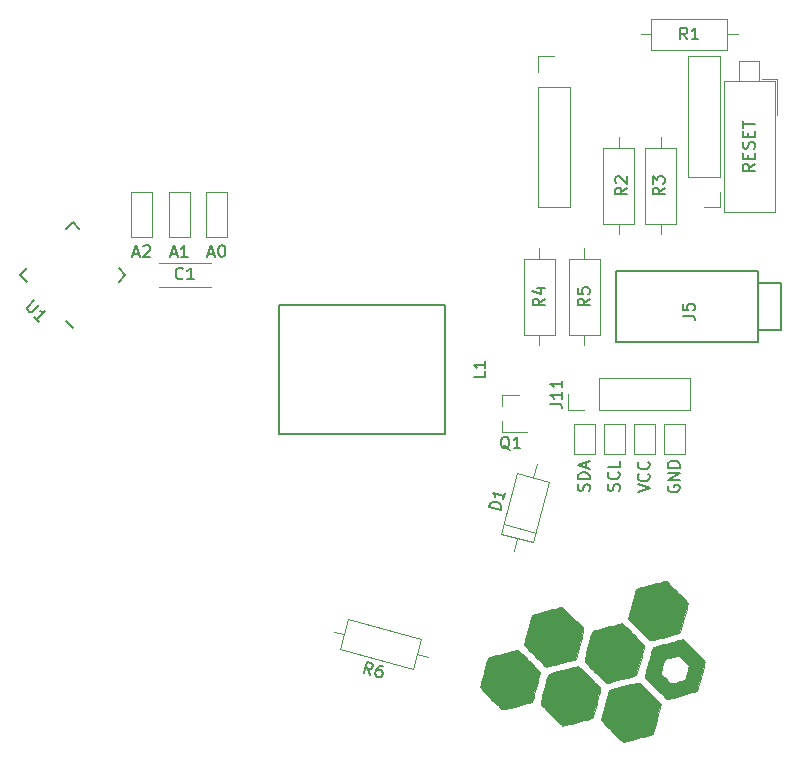
<source format=gto>
G04 #@! TF.FileFunction,Legend,Top*
%FSLAX46Y46*%
G04 Gerber Fmt 4.6, Leading zero omitted, Abs format (unit mm)*
G04 Created by KiCad (PCBNEW 4.0.7) date 06/17/18 20:50:59*
%MOMM*%
%LPD*%
G01*
G04 APERTURE LIST*
%ADD10C,0.100000*%
%ADD11C,0.120000*%
%ADD12C,0.150000*%
%ADD13C,0.010000*%
G04 APERTURE END LIST*
D10*
D11*
X134790000Y-97490000D02*
X139210000Y-97490000D01*
X134790000Y-99510000D02*
X139210000Y-99510000D01*
X134790000Y-97490000D02*
X134790000Y-97504000D01*
X134790000Y-99496000D02*
X134790000Y-99510000D01*
X139210000Y-97490000D02*
X139210000Y-97504000D01*
X139210000Y-99496000D02*
X139210000Y-99510000D01*
X163766786Y-120395331D02*
X166490697Y-121125200D01*
X166490697Y-121125200D02*
X167867614Y-115986475D01*
X167867614Y-115986475D02*
X165143703Y-115256605D01*
X165143703Y-115256605D02*
X163766786Y-120395331D01*
X164833687Y-121861421D02*
X165128741Y-120760266D01*
X166800712Y-114520385D02*
X166505658Y-115621540D01*
X163984194Y-119583953D02*
X166708105Y-120313823D01*
X166945000Y-82550000D02*
X166945000Y-92770000D01*
X166945000Y-92770000D02*
X169605000Y-92770000D01*
X169605000Y-92770000D02*
X169605000Y-82550000D01*
X169605000Y-82550000D02*
X166945000Y-82550000D01*
X166945000Y-81280000D02*
X166945000Y-79950000D01*
X166945000Y-79950000D02*
X168275000Y-79950000D01*
X132460000Y-91435000D02*
X132460000Y-95255000D01*
X132460000Y-95255000D02*
X134240000Y-95255000D01*
X134240000Y-95255000D02*
X134240000Y-91435000D01*
X132460000Y-91435000D02*
X134240000Y-91435000D01*
X182305000Y-90170000D02*
X182305000Y-79950000D01*
X182305000Y-79950000D02*
X179645000Y-79950000D01*
X179645000Y-79950000D02*
X179645000Y-90170000D01*
X179645000Y-90170000D02*
X182305000Y-90170000D01*
X182305000Y-91440000D02*
X182305000Y-92770000D01*
X182305000Y-92770000D02*
X180975000Y-92770000D01*
X135635000Y-91435000D02*
X135635000Y-95255000D01*
X135635000Y-95255000D02*
X137415000Y-95255000D01*
X137415000Y-95255000D02*
X137415000Y-91435000D01*
X135635000Y-91435000D02*
X137415000Y-91435000D01*
X171705000Y-113670000D02*
X171705000Y-111130000D01*
X169925000Y-111130000D02*
X169925000Y-113670000D01*
X169925000Y-111130000D02*
X171705000Y-111130000D01*
X171705000Y-113670000D02*
X169925000Y-113670000D01*
X174245000Y-113670000D02*
X174245000Y-111130000D01*
X172465000Y-111130000D02*
X172465000Y-113670000D01*
X172465000Y-111130000D02*
X174245000Y-111130000D01*
X174245000Y-113670000D02*
X172465000Y-113670000D01*
X176785000Y-113670000D02*
X176785000Y-111130000D01*
X175005000Y-111130000D02*
X175005000Y-113670000D01*
X175005000Y-111130000D02*
X176785000Y-111130000D01*
X176785000Y-113670000D02*
X175005000Y-113670000D01*
X138810000Y-91435000D02*
X138810000Y-95255000D01*
X138810000Y-95255000D02*
X140590000Y-95255000D01*
X140590000Y-95255000D02*
X140590000Y-91435000D01*
X138810000Y-91435000D02*
X140590000Y-91435000D01*
X179325000Y-113670000D02*
X179325000Y-111130000D01*
X177545000Y-111130000D02*
X177545000Y-113670000D01*
X177545000Y-111130000D02*
X179325000Y-111130000D01*
X179325000Y-113670000D02*
X177545000Y-113670000D01*
X172085000Y-109915000D02*
X179765000Y-109915000D01*
X179765000Y-109915000D02*
X179765000Y-107255000D01*
X179765000Y-107255000D02*
X172085000Y-107255000D01*
X172085000Y-107255000D02*
X172085000Y-109915000D01*
X170815000Y-109915000D02*
X169485000Y-109915000D01*
X169485000Y-109915000D02*
X169485000Y-108585000D01*
D12*
X145000000Y-112000000D02*
X159000000Y-112000000D01*
X145000000Y-112000000D02*
X145000000Y-101000000D01*
X145000000Y-101000000D02*
X159000000Y-101000000D01*
X159000000Y-101000000D02*
X159000000Y-112000000D01*
D11*
X163832000Y-108656000D02*
X163832000Y-109586000D01*
X163832000Y-111816000D02*
X163832000Y-110886000D01*
X163832000Y-111816000D02*
X165992000Y-111816000D01*
X163832000Y-108656000D02*
X165292000Y-108656000D01*
X176495000Y-76795000D02*
X176495000Y-79415000D01*
X176495000Y-79415000D02*
X182915000Y-79415000D01*
X182915000Y-79415000D02*
X182915000Y-76795000D01*
X182915000Y-76795000D02*
X176495000Y-76795000D01*
X175605000Y-78105000D02*
X176495000Y-78105000D01*
X183805000Y-78105000D02*
X182915000Y-78105000D01*
X175046000Y-87722000D02*
X172426000Y-87722000D01*
X172426000Y-87722000D02*
X172426000Y-94142000D01*
X172426000Y-94142000D02*
X175046000Y-94142000D01*
X175046000Y-94142000D02*
X175046000Y-87722000D01*
X173736000Y-86832000D02*
X173736000Y-87722000D01*
X173736000Y-95032000D02*
X173736000Y-94142000D01*
X178602000Y-87722000D02*
X175982000Y-87722000D01*
X175982000Y-87722000D02*
X175982000Y-94142000D01*
X175982000Y-94142000D02*
X178602000Y-94142000D01*
X178602000Y-94142000D02*
X178602000Y-87722000D01*
X177292000Y-86832000D02*
X177292000Y-87722000D01*
X177292000Y-95032000D02*
X177292000Y-94142000D01*
X165695000Y-103540000D02*
X168315000Y-103540000D01*
X168315000Y-103540000D02*
X168315000Y-97120000D01*
X168315000Y-97120000D02*
X165695000Y-97120000D01*
X165695000Y-97120000D02*
X165695000Y-103540000D01*
X167005000Y-104430000D02*
X167005000Y-103540000D01*
X167005000Y-96230000D02*
X167005000Y-97120000D01*
X172125000Y-97120000D02*
X169505000Y-97120000D01*
X169505000Y-97120000D02*
X169505000Y-103540000D01*
X169505000Y-103540000D02*
X172125000Y-103540000D01*
X172125000Y-103540000D02*
X172125000Y-97120000D01*
X170815000Y-96230000D02*
X170815000Y-97120000D01*
X170815000Y-104430000D02*
X170815000Y-103540000D01*
X156350666Y-131845371D02*
X157028772Y-129314646D01*
X157028772Y-129314646D02*
X150827528Y-127653027D01*
X150827528Y-127653027D02*
X150149422Y-130183753D01*
X150149422Y-130183753D02*
X156350666Y-131845371D01*
X157549393Y-130810357D02*
X156689719Y-130580008D01*
X149628801Y-128688041D02*
X150488475Y-128918390D01*
X187155000Y-81910000D02*
X185885000Y-81910000D01*
X187155000Y-81910000D02*
X187155000Y-84960000D01*
X186955000Y-82110000D02*
X186955000Y-93150000D01*
X186955000Y-93150000D02*
X182615000Y-93150000D01*
X182615000Y-93150000D02*
X182615000Y-82110000D01*
X182615000Y-82110000D02*
X186955000Y-82110000D01*
X185655000Y-80370000D02*
X183915000Y-80370000D01*
X183915000Y-80370000D02*
X183915000Y-82110000D01*
X183915000Y-82110000D02*
X185655000Y-82110000D01*
X185655000Y-82110000D02*
X185655000Y-80370000D01*
D12*
X123043926Y-98500000D02*
X123602541Y-97941386D01*
X131953472Y-98500000D02*
X131394857Y-99058614D01*
X127498699Y-94045227D02*
X126940085Y-94603842D01*
X127498699Y-102954773D02*
X126940085Y-102396158D01*
X131953472Y-98500000D02*
X131394857Y-97941386D01*
X127498699Y-94045227D02*
X128057313Y-94603842D01*
X123043926Y-98500000D02*
X123602541Y-99058614D01*
X185500000Y-99140000D02*
X187500000Y-99140000D01*
X187500000Y-99140000D02*
X187500000Y-103140000D01*
X187500000Y-103140000D02*
X185500000Y-103140000D01*
X173500000Y-98140000D02*
X185500000Y-98140000D01*
X185500000Y-98140000D02*
X185500000Y-104140000D01*
X185500000Y-104140000D02*
X173500000Y-104140000D01*
X173500000Y-104140000D02*
X173500000Y-98140000D01*
D13*
G36*
X165259962Y-130296195D02*
X165362974Y-130383979D01*
X165505629Y-130514132D01*
X165678470Y-130677265D01*
X165872032Y-130863991D01*
X166076858Y-131064921D01*
X166283487Y-131270666D01*
X166482457Y-131471840D01*
X166664310Y-131659053D01*
X166819584Y-131822918D01*
X166938820Y-131954047D01*
X167012556Y-132043052D01*
X167030133Y-132070311D01*
X167042587Y-132106875D01*
X167047035Y-132155662D01*
X167041513Y-132226083D01*
X167024053Y-132327549D01*
X166992687Y-132469468D01*
X166945449Y-132661253D01*
X166880373Y-132912314D01*
X166795491Y-133232059D01*
X166758203Y-133371405D01*
X166664685Y-133718901D01*
X166589503Y-133993560D01*
X166529662Y-134204483D01*
X166482172Y-134360768D01*
X166444037Y-134471516D01*
X166412264Y-134545826D01*
X166383863Y-134592798D01*
X166355839Y-134621532D01*
X166344324Y-134629787D01*
X166275600Y-134659064D01*
X166139639Y-134704112D01*
X165949173Y-134761579D01*
X165716935Y-134828115D01*
X165455656Y-134900373D01*
X165178070Y-134975001D01*
X164896911Y-135048651D01*
X164624910Y-135117973D01*
X164374800Y-135179617D01*
X164159315Y-135230234D01*
X163991186Y-135266473D01*
X163883146Y-135284988D01*
X163850654Y-135285788D01*
X163802450Y-135251002D01*
X163703143Y-135163477D01*
X163560880Y-135030957D01*
X163383811Y-134861181D01*
X163180082Y-134661894D01*
X162957842Y-134440833D01*
X162897215Y-134379923D01*
X162661673Y-134140236D01*
X162452219Y-133922096D01*
X162275604Y-133732886D01*
X162138584Y-133579987D01*
X162047910Y-133470781D01*
X162010335Y-133412648D01*
X162009757Y-133409915D01*
X162017812Y-133347862D01*
X162045369Y-133215341D01*
X162089735Y-133023592D01*
X162148220Y-132783855D01*
X162218135Y-132507367D01*
X162296787Y-132205368D01*
X162310977Y-132151759D01*
X162402561Y-131808152D01*
X162476064Y-131537286D01*
X162534514Y-131329910D01*
X162580944Y-131176774D01*
X162618381Y-131068625D01*
X162649853Y-130996215D01*
X162678394Y-130950289D01*
X162707030Y-130921598D01*
X162715968Y-130915055D01*
X162786385Y-130883816D01*
X162924230Y-130837045D01*
X163116628Y-130778127D01*
X163350710Y-130710447D01*
X163613605Y-130637393D01*
X163892440Y-130562347D01*
X164174343Y-130488696D01*
X164446444Y-130419824D01*
X164695871Y-130359117D01*
X164909752Y-130309960D01*
X165075216Y-130275738D01*
X165179392Y-130259837D01*
X165206054Y-130260167D01*
X165259962Y-130296195D01*
X165259962Y-130296195D01*
G37*
X165259962Y-130296195D02*
X165362974Y-130383979D01*
X165505629Y-130514132D01*
X165678470Y-130677265D01*
X165872032Y-130863991D01*
X166076858Y-131064921D01*
X166283487Y-131270666D01*
X166482457Y-131471840D01*
X166664310Y-131659053D01*
X166819584Y-131822918D01*
X166938820Y-131954047D01*
X167012556Y-132043052D01*
X167030133Y-132070311D01*
X167042587Y-132106875D01*
X167047035Y-132155662D01*
X167041513Y-132226083D01*
X167024053Y-132327549D01*
X166992687Y-132469468D01*
X166945449Y-132661253D01*
X166880373Y-132912314D01*
X166795491Y-133232059D01*
X166758203Y-133371405D01*
X166664685Y-133718901D01*
X166589503Y-133993560D01*
X166529662Y-134204483D01*
X166482172Y-134360768D01*
X166444037Y-134471516D01*
X166412264Y-134545826D01*
X166383863Y-134592798D01*
X166355839Y-134621532D01*
X166344324Y-134629787D01*
X166275600Y-134659064D01*
X166139639Y-134704112D01*
X165949173Y-134761579D01*
X165716935Y-134828115D01*
X165455656Y-134900373D01*
X165178070Y-134975001D01*
X164896911Y-135048651D01*
X164624910Y-135117973D01*
X164374800Y-135179617D01*
X164159315Y-135230234D01*
X163991186Y-135266473D01*
X163883146Y-135284988D01*
X163850654Y-135285788D01*
X163802450Y-135251002D01*
X163703143Y-135163477D01*
X163560880Y-135030957D01*
X163383811Y-134861181D01*
X163180082Y-134661894D01*
X162957842Y-134440833D01*
X162897215Y-134379923D01*
X162661673Y-134140236D01*
X162452219Y-133922096D01*
X162275604Y-133732886D01*
X162138584Y-133579987D01*
X162047910Y-133470781D01*
X162010335Y-133412648D01*
X162009757Y-133409915D01*
X162017812Y-133347862D01*
X162045369Y-133215341D01*
X162089735Y-133023592D01*
X162148220Y-132783855D01*
X162218135Y-132507367D01*
X162296787Y-132205368D01*
X162310977Y-132151759D01*
X162402561Y-131808152D01*
X162476064Y-131537286D01*
X162534514Y-131329910D01*
X162580944Y-131176774D01*
X162618381Y-131068625D01*
X162649853Y-130996215D01*
X162678394Y-130950289D01*
X162707030Y-130921598D01*
X162715968Y-130915055D01*
X162786385Y-130883816D01*
X162924230Y-130837045D01*
X163116628Y-130778127D01*
X163350710Y-130710447D01*
X163613605Y-130637393D01*
X163892440Y-130562347D01*
X164174343Y-130488696D01*
X164446444Y-130419824D01*
X164695871Y-130359117D01*
X164909752Y-130309960D01*
X165075216Y-130275738D01*
X165179392Y-130259837D01*
X165206054Y-130260167D01*
X165259962Y-130296195D01*
G36*
X170374667Y-131666352D02*
X170475439Y-131752616D01*
X170616298Y-131880849D01*
X170787726Y-132041730D01*
X170980212Y-132225933D01*
X171184242Y-132424136D01*
X171390302Y-132627015D01*
X171588881Y-132825248D01*
X171770462Y-133009511D01*
X171925533Y-133170481D01*
X172044581Y-133298836D01*
X172118092Y-133385250D01*
X172129839Y-133401597D01*
X172149389Y-133433644D01*
X172162278Y-133468389D01*
X172166687Y-133515258D01*
X172160792Y-133583678D01*
X172142769Y-133683073D01*
X172110800Y-133822871D01*
X172063059Y-134012494D01*
X171997725Y-134261370D01*
X171912976Y-134578924D01*
X171874343Y-134723141D01*
X171780074Y-135073474D01*
X171704181Y-135350906D01*
X171643699Y-135564476D01*
X171595667Y-135723217D01*
X171557121Y-135836164D01*
X171525097Y-135912352D01*
X171496632Y-135960815D01*
X171468762Y-135990589D01*
X171455391Y-136000454D01*
X171386061Y-136030390D01*
X171249558Y-136075976D01*
X171058637Y-136133859D01*
X170826052Y-136200685D01*
X170564559Y-136273101D01*
X170286910Y-136347754D01*
X170005861Y-136421289D01*
X169734166Y-136490356D01*
X169484579Y-136551599D01*
X169269854Y-136601666D01*
X169102746Y-136637202D01*
X168996010Y-136654856D01*
X168965130Y-136655179D01*
X168916247Y-136619936D01*
X168816294Y-136531970D01*
X168673445Y-136399040D01*
X168495878Y-136228907D01*
X168291766Y-136029332D01*
X168069285Y-135808077D01*
X168008730Y-135747242D01*
X167779884Y-135514355D01*
X167573868Y-135299873D01*
X167397911Y-135111685D01*
X167259237Y-134957677D01*
X167165072Y-134845739D01*
X167122643Y-134783757D01*
X167121016Y-134778194D01*
X167128873Y-134709611D01*
X167156895Y-134572910D01*
X167201541Y-134381251D01*
X167259276Y-134147801D01*
X167326559Y-133885720D01*
X167399854Y-133608170D01*
X167475622Y-133328317D01*
X167550326Y-133059322D01*
X167620428Y-132814347D01*
X167682389Y-132606557D01*
X167732672Y-132449113D01*
X167767739Y-132355178D01*
X167776864Y-132338125D01*
X167822670Y-132303023D01*
X167918848Y-132259170D01*
X168071496Y-132204576D01*
X168286713Y-132137255D01*
X168570598Y-132055219D01*
X168929247Y-131956480D01*
X169036163Y-131927646D01*
X169344511Y-131846439D01*
X169629687Y-131774478D01*
X169880535Y-131714332D01*
X170085897Y-131668568D01*
X170234616Y-131639755D01*
X170315537Y-131630459D01*
X170323491Y-131631380D01*
X170374667Y-131666352D01*
X170374667Y-131666352D01*
G37*
X170374667Y-131666352D02*
X170475439Y-131752616D01*
X170616298Y-131880849D01*
X170787726Y-132041730D01*
X170980212Y-132225933D01*
X171184242Y-132424136D01*
X171390302Y-132627015D01*
X171588881Y-132825248D01*
X171770462Y-133009511D01*
X171925533Y-133170481D01*
X172044581Y-133298836D01*
X172118092Y-133385250D01*
X172129839Y-133401597D01*
X172149389Y-133433644D01*
X172162278Y-133468389D01*
X172166687Y-133515258D01*
X172160792Y-133583678D01*
X172142769Y-133683073D01*
X172110800Y-133822871D01*
X172063059Y-134012494D01*
X171997725Y-134261370D01*
X171912976Y-134578924D01*
X171874343Y-134723141D01*
X171780074Y-135073474D01*
X171704181Y-135350906D01*
X171643699Y-135564476D01*
X171595667Y-135723217D01*
X171557121Y-135836164D01*
X171525097Y-135912352D01*
X171496632Y-135960815D01*
X171468762Y-135990589D01*
X171455391Y-136000454D01*
X171386061Y-136030390D01*
X171249558Y-136075976D01*
X171058637Y-136133859D01*
X170826052Y-136200685D01*
X170564559Y-136273101D01*
X170286910Y-136347754D01*
X170005861Y-136421289D01*
X169734166Y-136490356D01*
X169484579Y-136551599D01*
X169269854Y-136601666D01*
X169102746Y-136637202D01*
X168996010Y-136654856D01*
X168965130Y-136655179D01*
X168916247Y-136619936D01*
X168816294Y-136531970D01*
X168673445Y-136399040D01*
X168495878Y-136228907D01*
X168291766Y-136029332D01*
X168069285Y-135808077D01*
X168008730Y-135747242D01*
X167779884Y-135514355D01*
X167573868Y-135299873D01*
X167397911Y-135111685D01*
X167259237Y-134957677D01*
X167165072Y-134845739D01*
X167122643Y-134783757D01*
X167121016Y-134778194D01*
X167128873Y-134709611D01*
X167156895Y-134572910D01*
X167201541Y-134381251D01*
X167259276Y-134147801D01*
X167326559Y-133885720D01*
X167399854Y-133608170D01*
X167475622Y-133328317D01*
X167550326Y-133059322D01*
X167620428Y-132814347D01*
X167682389Y-132606557D01*
X167732672Y-132449113D01*
X167767739Y-132355178D01*
X167776864Y-132338125D01*
X167822670Y-132303023D01*
X167918848Y-132259170D01*
X168071496Y-132204576D01*
X168286713Y-132137255D01*
X168570598Y-132055219D01*
X168929247Y-131956480D01*
X169036163Y-131927646D01*
X169344511Y-131846439D01*
X169629687Y-131774478D01*
X169880535Y-131714332D01*
X170085897Y-131668568D01*
X170234616Y-131639755D01*
X170315537Y-131630459D01*
X170323491Y-131631380D01*
X170374667Y-131666352D01*
G36*
X175489692Y-133037622D02*
X175589892Y-133123780D01*
X175730381Y-133252195D01*
X175901795Y-133413638D01*
X176094771Y-133598883D01*
X176299946Y-133798703D01*
X176507958Y-134003871D01*
X176709441Y-134205161D01*
X176895033Y-134393343D01*
X177055373Y-134559193D01*
X177181095Y-134693483D01*
X177262837Y-134786985D01*
X177290797Y-134827667D01*
X177284630Y-134881260D01*
X177258699Y-135005954D01*
X177215562Y-135191178D01*
X177157781Y-135426366D01*
X177087914Y-135700946D01*
X177008520Y-136004349D01*
X176979251Y-136114291D01*
X176884750Y-136466322D01*
X176808709Y-136745264D01*
X176748231Y-136959954D01*
X176700421Y-137119233D01*
X176662382Y-137231938D01*
X176631219Y-137306910D01*
X176604035Y-137352986D01*
X176577936Y-137379008D01*
X176561781Y-137388579D01*
X176480916Y-137418917D01*
X176335237Y-137464205D01*
X176137419Y-137521192D01*
X175900130Y-137586631D01*
X175636048Y-137657273D01*
X175357845Y-137729871D01*
X175078192Y-137801176D01*
X174809764Y-137867939D01*
X174565234Y-137926915D01*
X174357274Y-137974852D01*
X174198558Y-138008504D01*
X174101758Y-138024622D01*
X174079443Y-138024818D01*
X174028890Y-137988912D01*
X173927927Y-137900635D01*
X173785272Y-137768216D01*
X173609641Y-137599887D01*
X173409751Y-137403877D01*
X173205579Y-137199779D01*
X172988857Y-136980327D01*
X172787727Y-136775087D01*
X172611197Y-136593377D01*
X172468279Y-136444516D01*
X172367984Y-136337825D01*
X172321440Y-136285350D01*
X172230252Y-136170806D01*
X172582892Y-134897947D01*
X172935533Y-133625088D01*
X174139768Y-133301687D01*
X174449491Y-133220169D01*
X174736188Y-133147867D01*
X174988723Y-133087340D01*
X175195960Y-133041149D01*
X175346765Y-133011855D01*
X175430001Y-133002016D01*
X175439143Y-133002946D01*
X175489692Y-133037622D01*
X175489692Y-133037622D01*
G37*
X175489692Y-133037622D02*
X175589892Y-133123780D01*
X175730381Y-133252195D01*
X175901795Y-133413638D01*
X176094771Y-133598883D01*
X176299946Y-133798703D01*
X176507958Y-134003871D01*
X176709441Y-134205161D01*
X176895033Y-134393343D01*
X177055373Y-134559193D01*
X177181095Y-134693483D01*
X177262837Y-134786985D01*
X177290797Y-134827667D01*
X177284630Y-134881260D01*
X177258699Y-135005954D01*
X177215562Y-135191178D01*
X177157781Y-135426366D01*
X177087914Y-135700946D01*
X177008520Y-136004349D01*
X176979251Y-136114291D01*
X176884750Y-136466322D01*
X176808709Y-136745264D01*
X176748231Y-136959954D01*
X176700421Y-137119233D01*
X176662382Y-137231938D01*
X176631219Y-137306910D01*
X176604035Y-137352986D01*
X176577936Y-137379008D01*
X176561781Y-137388579D01*
X176480916Y-137418917D01*
X176335237Y-137464205D01*
X176137419Y-137521192D01*
X175900130Y-137586631D01*
X175636048Y-137657273D01*
X175357845Y-137729871D01*
X175078192Y-137801176D01*
X174809764Y-137867939D01*
X174565234Y-137926915D01*
X174357274Y-137974852D01*
X174198558Y-138008504D01*
X174101758Y-138024622D01*
X174079443Y-138024818D01*
X174028890Y-137988912D01*
X173927927Y-137900635D01*
X173785272Y-137768216D01*
X173609641Y-137599887D01*
X173409751Y-137403877D01*
X173205579Y-137199779D01*
X172988857Y-136980327D01*
X172787727Y-136775087D01*
X172611197Y-136593377D01*
X172468279Y-136444516D01*
X172367984Y-136337825D01*
X172321440Y-136285350D01*
X172230252Y-136170806D01*
X172582892Y-134897947D01*
X172935533Y-133625088D01*
X174139768Y-133301687D01*
X174449491Y-133220169D01*
X174736188Y-133147867D01*
X174988723Y-133087340D01*
X175195960Y-133041149D01*
X175346765Y-133011855D01*
X175430001Y-133002016D01*
X175439143Y-133002946D01*
X175489692Y-133037622D01*
G36*
X168914404Y-126632126D02*
X168983310Y-126676507D01*
X169083241Y-126757816D01*
X169220001Y-126881234D01*
X169399401Y-127051947D01*
X169627247Y-127275138D01*
X169821085Y-127467779D01*
X170044156Y-127691282D01*
X170249390Y-127898586D01*
X170428573Y-128081263D01*
X170573491Y-128230881D01*
X170675928Y-128339014D01*
X170727674Y-128397229D01*
X170730545Y-128401119D01*
X170744568Y-128429711D01*
X170750760Y-128470774D01*
X170747232Y-128533282D01*
X170732091Y-128626207D01*
X170703446Y-128758522D01*
X170659408Y-128939201D01*
X170598082Y-129177216D01*
X170517579Y-129481541D01*
X170447822Y-129742490D01*
X170110019Y-131003189D01*
X169930133Y-131061171D01*
X169809807Y-131097574D01*
X169632439Y-131148118D01*
X169411224Y-131209325D01*
X169159363Y-131277717D01*
X168890055Y-131349814D01*
X168616496Y-131422138D01*
X168351887Y-131491213D01*
X168109425Y-131553557D01*
X167902308Y-131605693D01*
X167743734Y-131644142D01*
X167646903Y-131665426D01*
X167625587Y-131668549D01*
X167538315Y-131642567D01*
X167441226Y-131576541D01*
X167437316Y-131572957D01*
X167312240Y-131453974D01*
X167153810Y-131299223D01*
X166971223Y-131118094D01*
X166773672Y-130919978D01*
X166570359Y-130714262D01*
X166370478Y-130510336D01*
X166183227Y-130317591D01*
X166017802Y-130145414D01*
X165883400Y-130003197D01*
X165789218Y-129900326D01*
X165744453Y-129846192D01*
X165742483Y-129842661D01*
X165737993Y-129796334D01*
X165748712Y-129706357D01*
X165776166Y-129565966D01*
X165821878Y-129368398D01*
X165887373Y-129106891D01*
X165974177Y-128774680D01*
X166033152Y-128553412D01*
X166134692Y-128178246D01*
X166218182Y-127878724D01*
X166285676Y-127648244D01*
X166339231Y-127480207D01*
X166380901Y-127368011D01*
X166412739Y-127305054D01*
X166426708Y-127289098D01*
X166483303Y-127265486D01*
X166609051Y-127224337D01*
X166791097Y-127169173D01*
X167016584Y-127103517D01*
X167272660Y-127030890D01*
X167546469Y-126954814D01*
X167825158Y-126878811D01*
X168095871Y-126806403D01*
X168345754Y-126741112D01*
X168561953Y-126686460D01*
X168731613Y-126645969D01*
X168841879Y-126623160D01*
X168870712Y-126619487D01*
X168914404Y-126632126D01*
X168914404Y-126632126D01*
G37*
X168914404Y-126632126D02*
X168983310Y-126676507D01*
X169083241Y-126757816D01*
X169220001Y-126881234D01*
X169399401Y-127051947D01*
X169627247Y-127275138D01*
X169821085Y-127467779D01*
X170044156Y-127691282D01*
X170249390Y-127898586D01*
X170428573Y-128081263D01*
X170573491Y-128230881D01*
X170675928Y-128339014D01*
X170727674Y-128397229D01*
X170730545Y-128401119D01*
X170744568Y-128429711D01*
X170750760Y-128470774D01*
X170747232Y-128533282D01*
X170732091Y-128626207D01*
X170703446Y-128758522D01*
X170659408Y-128939201D01*
X170598082Y-129177216D01*
X170517579Y-129481541D01*
X170447822Y-129742490D01*
X170110019Y-131003189D01*
X169930133Y-131061171D01*
X169809807Y-131097574D01*
X169632439Y-131148118D01*
X169411224Y-131209325D01*
X169159363Y-131277717D01*
X168890055Y-131349814D01*
X168616496Y-131422138D01*
X168351887Y-131491213D01*
X168109425Y-131553557D01*
X167902308Y-131605693D01*
X167743734Y-131644142D01*
X167646903Y-131665426D01*
X167625587Y-131668549D01*
X167538315Y-131642567D01*
X167441226Y-131576541D01*
X167437316Y-131572957D01*
X167312240Y-131453974D01*
X167153810Y-131299223D01*
X166971223Y-131118094D01*
X166773672Y-130919978D01*
X166570359Y-130714262D01*
X166370478Y-130510336D01*
X166183227Y-130317591D01*
X166017802Y-130145414D01*
X165883400Y-130003197D01*
X165789218Y-129900326D01*
X165744453Y-129846192D01*
X165742483Y-129842661D01*
X165737993Y-129796334D01*
X165748712Y-129706357D01*
X165776166Y-129565966D01*
X165821878Y-129368398D01*
X165887373Y-129106891D01*
X165974177Y-128774680D01*
X166033152Y-128553412D01*
X166134692Y-128178246D01*
X166218182Y-127878724D01*
X166285676Y-127648244D01*
X166339231Y-127480207D01*
X166380901Y-127368011D01*
X166412739Y-127305054D01*
X166426708Y-127289098D01*
X166483303Y-127265486D01*
X166609051Y-127224337D01*
X166791097Y-127169173D01*
X167016584Y-127103517D01*
X167272660Y-127030890D01*
X167546469Y-126954814D01*
X167825158Y-126878811D01*
X168095871Y-126806403D01*
X168345754Y-126741112D01*
X168561953Y-126686460D01*
X168731613Y-126645969D01*
X168841879Y-126623160D01*
X168870712Y-126619487D01*
X168914404Y-126632126D01*
G36*
X174062384Y-128021927D02*
X174167136Y-128105297D01*
X174310921Y-128232453D01*
X174484569Y-128394162D01*
X174678908Y-128581184D01*
X174884766Y-128784285D01*
X175092973Y-128994229D01*
X175294356Y-129201779D01*
X175479744Y-129397697D01*
X175639965Y-129572751D01*
X175765849Y-129717701D01*
X175848221Y-129823312D01*
X175877436Y-129876379D01*
X175874051Y-129954830D01*
X175849462Y-130100793D01*
X175807258Y-130300847D01*
X175751029Y-130541571D01*
X175684363Y-130809543D01*
X175610852Y-131091344D01*
X175534084Y-131373552D01*
X175457647Y-131642747D01*
X175385134Y-131885507D01*
X175320130Y-132088410D01*
X175266228Y-132238039D01*
X175227016Y-132320969D01*
X175221814Y-132327757D01*
X175151121Y-132369477D01*
X174998131Y-132428587D01*
X174762719Y-132505129D01*
X174444759Y-132599140D01*
X174044128Y-132710663D01*
X173939934Y-132738886D01*
X173633222Y-132820899D01*
X173352467Y-132894643D01*
X173108208Y-132957457D01*
X172910982Y-133006677D01*
X172771328Y-133039642D01*
X172699785Y-133053688D01*
X172693322Y-133053853D01*
X172653682Y-133022551D01*
X172562083Y-132938846D01*
X172426376Y-132810268D01*
X172254404Y-132644346D01*
X172054017Y-132448609D01*
X171833063Y-132230586D01*
X171769433Y-132167423D01*
X171543618Y-131941480D01*
X171336872Y-131731784D01*
X171157063Y-131546539D01*
X171012058Y-131393949D01*
X170909725Y-131282220D01*
X170857931Y-131219556D01*
X170853780Y-131212470D01*
X170849313Y-131166052D01*
X170860061Y-131075963D01*
X170887548Y-130935442D01*
X170933299Y-130737726D01*
X170998840Y-130476056D01*
X171085693Y-130143668D01*
X171144510Y-129922996D01*
X171246006Y-129547981D01*
X171329450Y-129248604D01*
X171396897Y-129018259D01*
X171450405Y-128850339D01*
X171492029Y-128738239D01*
X171523826Y-128675353D01*
X171537891Y-128659336D01*
X171595688Y-128635124D01*
X171722717Y-128593657D01*
X171906118Y-128538415D01*
X172133033Y-128472874D01*
X172390607Y-128400515D01*
X172665978Y-128324817D01*
X172946290Y-128249257D01*
X173218686Y-128177316D01*
X173470306Y-128112473D01*
X173688294Y-128058205D01*
X173859790Y-128017993D01*
X173971938Y-127995315D01*
X174005839Y-127991582D01*
X174062384Y-128021927D01*
X174062384Y-128021927D01*
G37*
X174062384Y-128021927D02*
X174167136Y-128105297D01*
X174310921Y-128232453D01*
X174484569Y-128394162D01*
X174678908Y-128581184D01*
X174884766Y-128784285D01*
X175092973Y-128994229D01*
X175294356Y-129201779D01*
X175479744Y-129397697D01*
X175639965Y-129572751D01*
X175765849Y-129717701D01*
X175848221Y-129823312D01*
X175877436Y-129876379D01*
X175874051Y-129954830D01*
X175849462Y-130100793D01*
X175807258Y-130300847D01*
X175751029Y-130541571D01*
X175684363Y-130809543D01*
X175610852Y-131091344D01*
X175534084Y-131373552D01*
X175457647Y-131642747D01*
X175385134Y-131885507D01*
X175320130Y-132088410D01*
X175266228Y-132238039D01*
X175227016Y-132320969D01*
X175221814Y-132327757D01*
X175151121Y-132369477D01*
X174998131Y-132428587D01*
X174762719Y-132505129D01*
X174444759Y-132599140D01*
X174044128Y-132710663D01*
X173939934Y-132738886D01*
X173633222Y-132820899D01*
X173352467Y-132894643D01*
X173108208Y-132957457D01*
X172910982Y-133006677D01*
X172771328Y-133039642D01*
X172699785Y-133053688D01*
X172693322Y-133053853D01*
X172653682Y-133022551D01*
X172562083Y-132938846D01*
X172426376Y-132810268D01*
X172254404Y-132644346D01*
X172054017Y-132448609D01*
X171833063Y-132230586D01*
X171769433Y-132167423D01*
X171543618Y-131941480D01*
X171336872Y-131731784D01*
X171157063Y-131546539D01*
X171012058Y-131393949D01*
X170909725Y-131282220D01*
X170857931Y-131219556D01*
X170853780Y-131212470D01*
X170849313Y-131166052D01*
X170860061Y-131075963D01*
X170887548Y-130935442D01*
X170933299Y-130737726D01*
X170998840Y-130476056D01*
X171085693Y-130143668D01*
X171144510Y-129922996D01*
X171246006Y-129547981D01*
X171329450Y-129248604D01*
X171396897Y-129018259D01*
X171450405Y-128850339D01*
X171492029Y-128738239D01*
X171523826Y-128675353D01*
X171537891Y-128659336D01*
X171595688Y-128635124D01*
X171722717Y-128593657D01*
X171906118Y-128538415D01*
X172133033Y-128472874D01*
X172390607Y-128400515D01*
X172665978Y-128324817D01*
X172946290Y-128249257D01*
X173218686Y-128177316D01*
X173470306Y-128112473D01*
X173688294Y-128058205D01*
X173859790Y-128017993D01*
X173971938Y-127995315D01*
X174005839Y-127991582D01*
X174062384Y-128021927D01*
G36*
X179955476Y-130115368D02*
X180171854Y-130331512D01*
X180375062Y-130534206D01*
X180555345Y-130713742D01*
X180702949Y-130860413D01*
X180808120Y-130964514D01*
X180854589Y-131010077D01*
X180941161Y-131114478D01*
X180995460Y-131218200D01*
X181001084Y-131240279D01*
X180995306Y-131315531D01*
X180966985Y-131465868D01*
X180917538Y-131685171D01*
X180848383Y-131967318D01*
X180760934Y-132306189D01*
X180709415Y-132500129D01*
X180614625Y-132851097D01*
X180537722Y-133128611D01*
X180475937Y-133341327D01*
X180426504Y-133497899D01*
X180386655Y-133606982D01*
X180353620Y-133677231D01*
X180324635Y-133717301D01*
X180318337Y-133723085D01*
X180261703Y-133748211D01*
X180136354Y-133790892D01*
X179954799Y-133847649D01*
X179729547Y-133915000D01*
X179473109Y-133989464D01*
X179197992Y-134067561D01*
X178916709Y-134145809D01*
X178641767Y-134220729D01*
X178385676Y-134288841D01*
X178160946Y-134346662D01*
X177980086Y-134390713D01*
X177855607Y-134417512D01*
X177800368Y-134423684D01*
X177761422Y-134392125D01*
X177670793Y-134308189D01*
X177536447Y-134179581D01*
X177366348Y-134014009D01*
X177168465Y-133819181D01*
X176950765Y-133602804D01*
X176915694Y-133567767D01*
X176692742Y-133343517D01*
X176486834Y-133133829D01*
X176306422Y-132947518D01*
X176159965Y-132793399D01*
X176055918Y-132680289D01*
X176002737Y-132617001D01*
X176000492Y-132613673D01*
X175981090Y-132580947D01*
X175968340Y-132545603D01*
X175964073Y-132498184D01*
X175970114Y-132429233D01*
X175988291Y-132329293D01*
X176020432Y-132188909D01*
X176068364Y-131998625D01*
X176133916Y-131748983D01*
X176218913Y-131430527D01*
X176255683Y-131293268D01*
X176269350Y-131242765D01*
X177455683Y-131560642D01*
X177439589Y-131620714D01*
X177387202Y-131827511D01*
X177346524Y-132008415D01*
X177321120Y-132145950D01*
X177314551Y-132222643D01*
X177315646Y-132228646D01*
X177354948Y-132288183D01*
X177442134Y-132389909D01*
X177562590Y-132519223D01*
X177701702Y-132661526D01*
X177844855Y-132802219D01*
X177977436Y-132926701D01*
X178084832Y-133020372D01*
X178152428Y-133068633D01*
X178159155Y-133071346D01*
X178226811Y-133069399D01*
X178357309Y-133048061D01*
X178532003Y-133010915D01*
X178732246Y-132961543D01*
X178736727Y-132960365D01*
X178937531Y-132904929D01*
X179112332Y-132851894D01*
X179242465Y-132807247D01*
X179309266Y-132776967D01*
X179309532Y-132776771D01*
X179344315Y-132719297D01*
X179392576Y-132598587D01*
X179448688Y-132433885D01*
X179507020Y-132244438D01*
X179561943Y-132049491D01*
X179607827Y-131868288D01*
X179639043Y-131720078D01*
X179649962Y-131624103D01*
X179649433Y-131614720D01*
X179617285Y-131558049D01*
X179536545Y-131458486D01*
X179421163Y-131330207D01*
X179285090Y-131187390D01*
X179142277Y-131044208D01*
X179006674Y-130914842D01*
X178892232Y-130813466D01*
X178812900Y-130754257D01*
X178794140Y-130745562D01*
X178724432Y-130748317D01*
X178593930Y-130770666D01*
X178422835Y-130807541D01*
X178231350Y-130853876D01*
X178039674Y-130904607D01*
X177868013Y-130954665D01*
X177736565Y-130998985D01*
X177675225Y-131026154D01*
X177634468Y-131058801D01*
X177597681Y-131114581D01*
X177559318Y-131207487D01*
X177513834Y-131351510D01*
X177455683Y-131560642D01*
X176269350Y-131242765D01*
X176357103Y-130918512D01*
X176440461Y-130619381D01*
X176507817Y-130389257D01*
X176561230Y-130221523D01*
X176602761Y-130109562D01*
X176634470Y-130046757D01*
X176648823Y-130030503D01*
X176703914Y-130008334D01*
X176828098Y-129968410D01*
X177008525Y-129914273D01*
X177232345Y-129849465D01*
X177486706Y-129777527D01*
X177758758Y-129702001D01*
X178035650Y-129626427D01*
X178304530Y-129554349D01*
X178552549Y-129489306D01*
X178766856Y-129434842D01*
X178934598Y-129394498D01*
X179031655Y-129373823D01*
X179185214Y-129345377D01*
X179955476Y-130115368D01*
X179955476Y-130115368D01*
G37*
X179955476Y-130115368D02*
X180171854Y-130331512D01*
X180375062Y-130534206D01*
X180555345Y-130713742D01*
X180702949Y-130860413D01*
X180808120Y-130964514D01*
X180854589Y-131010077D01*
X180941161Y-131114478D01*
X180995460Y-131218200D01*
X181001084Y-131240279D01*
X180995306Y-131315531D01*
X180966985Y-131465868D01*
X180917538Y-131685171D01*
X180848383Y-131967318D01*
X180760934Y-132306189D01*
X180709415Y-132500129D01*
X180614625Y-132851097D01*
X180537722Y-133128611D01*
X180475937Y-133341327D01*
X180426504Y-133497899D01*
X180386655Y-133606982D01*
X180353620Y-133677231D01*
X180324635Y-133717301D01*
X180318337Y-133723085D01*
X180261703Y-133748211D01*
X180136354Y-133790892D01*
X179954799Y-133847649D01*
X179729547Y-133915000D01*
X179473109Y-133989464D01*
X179197992Y-134067561D01*
X178916709Y-134145809D01*
X178641767Y-134220729D01*
X178385676Y-134288841D01*
X178160946Y-134346662D01*
X177980086Y-134390713D01*
X177855607Y-134417512D01*
X177800368Y-134423684D01*
X177761422Y-134392125D01*
X177670793Y-134308189D01*
X177536447Y-134179581D01*
X177366348Y-134014009D01*
X177168465Y-133819181D01*
X176950765Y-133602804D01*
X176915694Y-133567767D01*
X176692742Y-133343517D01*
X176486834Y-133133829D01*
X176306422Y-132947518D01*
X176159965Y-132793399D01*
X176055918Y-132680289D01*
X176002737Y-132617001D01*
X176000492Y-132613673D01*
X175981090Y-132580947D01*
X175968340Y-132545603D01*
X175964073Y-132498184D01*
X175970114Y-132429233D01*
X175988291Y-132329293D01*
X176020432Y-132188909D01*
X176068364Y-131998625D01*
X176133916Y-131748983D01*
X176218913Y-131430527D01*
X176255683Y-131293268D01*
X176269350Y-131242765D01*
X177455683Y-131560642D01*
X177439589Y-131620714D01*
X177387202Y-131827511D01*
X177346524Y-132008415D01*
X177321120Y-132145950D01*
X177314551Y-132222643D01*
X177315646Y-132228646D01*
X177354948Y-132288183D01*
X177442134Y-132389909D01*
X177562590Y-132519223D01*
X177701702Y-132661526D01*
X177844855Y-132802219D01*
X177977436Y-132926701D01*
X178084832Y-133020372D01*
X178152428Y-133068633D01*
X178159155Y-133071346D01*
X178226811Y-133069399D01*
X178357309Y-133048061D01*
X178532003Y-133010915D01*
X178732246Y-132961543D01*
X178736727Y-132960365D01*
X178937531Y-132904929D01*
X179112332Y-132851894D01*
X179242465Y-132807247D01*
X179309266Y-132776967D01*
X179309532Y-132776771D01*
X179344315Y-132719297D01*
X179392576Y-132598587D01*
X179448688Y-132433885D01*
X179507020Y-132244438D01*
X179561943Y-132049491D01*
X179607827Y-131868288D01*
X179639043Y-131720078D01*
X179649962Y-131624103D01*
X179649433Y-131614720D01*
X179617285Y-131558049D01*
X179536545Y-131458486D01*
X179421163Y-131330207D01*
X179285090Y-131187390D01*
X179142277Y-131044208D01*
X179006674Y-130914842D01*
X178892232Y-130813466D01*
X178812900Y-130754257D01*
X178794140Y-130745562D01*
X178724432Y-130748317D01*
X178593930Y-130770666D01*
X178422835Y-130807541D01*
X178231350Y-130853876D01*
X178039674Y-130904607D01*
X177868013Y-130954665D01*
X177736565Y-130998985D01*
X177675225Y-131026154D01*
X177634468Y-131058801D01*
X177597681Y-131114581D01*
X177559318Y-131207487D01*
X177513834Y-131351510D01*
X177455683Y-131560642D01*
X176269350Y-131242765D01*
X176357103Y-130918512D01*
X176440461Y-130619381D01*
X176507817Y-130389257D01*
X176561230Y-130221523D01*
X176602761Y-130109562D01*
X176634470Y-130046757D01*
X176648823Y-130030503D01*
X176703914Y-130008334D01*
X176828098Y-129968410D01*
X177008525Y-129914273D01*
X177232345Y-129849465D01*
X177486706Y-129777527D01*
X177758758Y-129702001D01*
X178035650Y-129626427D01*
X178304530Y-129554349D01*
X178552549Y-129489306D01*
X178766856Y-129434842D01*
X178934598Y-129394498D01*
X179031655Y-129373823D01*
X179185214Y-129345377D01*
X179955476Y-130115368D01*
G36*
X177784160Y-124447990D02*
X177879955Y-124532606D01*
X178016406Y-124659242D01*
X178184176Y-124818706D01*
X178373928Y-125001810D01*
X178576322Y-125199365D01*
X178782021Y-125402180D01*
X178981687Y-125601065D01*
X179165982Y-125786831D01*
X179325567Y-125950287D01*
X179451105Y-126082245D01*
X179533257Y-126173515D01*
X179558260Y-126205566D01*
X179572171Y-126235243D01*
X179578170Y-126277412D01*
X179574348Y-126341156D01*
X179558801Y-126435555D01*
X179529622Y-126569689D01*
X179484905Y-126752640D01*
X179422741Y-126993488D01*
X179341227Y-127301313D01*
X179280679Y-127527749D01*
X178948756Y-128766501D01*
X178789286Y-128830073D01*
X178674368Y-128870060D01*
X178500855Y-128923002D01*
X178281663Y-128985605D01*
X178029710Y-129054580D01*
X177757914Y-129126636D01*
X177479192Y-129198482D01*
X177206461Y-129266825D01*
X176952640Y-129328378D01*
X176730644Y-129379848D01*
X176553392Y-129417945D01*
X176433802Y-129439377D01*
X176387144Y-129442038D01*
X176335519Y-129406477D01*
X176232989Y-129318145D01*
X176087827Y-129184818D01*
X175908307Y-129014274D01*
X175702704Y-128814289D01*
X175479292Y-128592641D01*
X175418033Y-128531138D01*
X174537830Y-127645233D01*
X174866364Y-126379419D01*
X174949184Y-126064291D01*
X175027111Y-125775287D01*
X175097210Y-125522705D01*
X175156551Y-125316847D01*
X175202199Y-125168014D01*
X175231223Y-125086503D01*
X175237875Y-125074705D01*
X175292314Y-125051126D01*
X175416079Y-125010787D01*
X175596538Y-124957026D01*
X175821053Y-124893176D01*
X176076989Y-124822574D01*
X176351712Y-124748556D01*
X176632585Y-124674456D01*
X176906974Y-124603612D01*
X177162243Y-124539358D01*
X177385758Y-124485030D01*
X177564881Y-124443964D01*
X177686979Y-124419497D01*
X177738362Y-124414583D01*
X177784160Y-124447990D01*
X177784160Y-124447990D01*
G37*
X177784160Y-124447990D02*
X177879955Y-124532606D01*
X178016406Y-124659242D01*
X178184176Y-124818706D01*
X178373928Y-125001810D01*
X178576322Y-125199365D01*
X178782021Y-125402180D01*
X178981687Y-125601065D01*
X179165982Y-125786831D01*
X179325567Y-125950287D01*
X179451105Y-126082245D01*
X179533257Y-126173515D01*
X179558260Y-126205566D01*
X179572171Y-126235243D01*
X179578170Y-126277412D01*
X179574348Y-126341156D01*
X179558801Y-126435555D01*
X179529622Y-126569689D01*
X179484905Y-126752640D01*
X179422741Y-126993488D01*
X179341227Y-127301313D01*
X179280679Y-127527749D01*
X178948756Y-128766501D01*
X178789286Y-128830073D01*
X178674368Y-128870060D01*
X178500855Y-128923002D01*
X178281663Y-128985605D01*
X178029710Y-129054580D01*
X177757914Y-129126636D01*
X177479192Y-129198482D01*
X177206461Y-129266825D01*
X176952640Y-129328378D01*
X176730644Y-129379848D01*
X176553392Y-129417945D01*
X176433802Y-129439377D01*
X176387144Y-129442038D01*
X176335519Y-129406477D01*
X176232989Y-129318145D01*
X176087827Y-129184818D01*
X175908307Y-129014274D01*
X175702704Y-128814289D01*
X175479292Y-128592641D01*
X175418033Y-128531138D01*
X174537830Y-127645233D01*
X174866364Y-126379419D01*
X174949184Y-126064291D01*
X175027111Y-125775287D01*
X175097210Y-125522705D01*
X175156551Y-125316847D01*
X175202199Y-125168014D01*
X175231223Y-125086503D01*
X175237875Y-125074705D01*
X175292314Y-125051126D01*
X175416079Y-125010787D01*
X175596538Y-124957026D01*
X175821053Y-124893176D01*
X176076989Y-124822574D01*
X176351712Y-124748556D01*
X176632585Y-124674456D01*
X176906974Y-124603612D01*
X177162243Y-124539358D01*
X177385758Y-124485030D01*
X177564881Y-124443964D01*
X177686979Y-124419497D01*
X177738362Y-124414583D01*
X177784160Y-124447990D01*
D12*
X136833334Y-98782143D02*
X136785715Y-98829762D01*
X136642858Y-98877381D01*
X136547620Y-98877381D01*
X136404762Y-98829762D01*
X136309524Y-98734524D01*
X136261905Y-98639286D01*
X136214286Y-98448810D01*
X136214286Y-98305952D01*
X136261905Y-98115476D01*
X136309524Y-98020238D01*
X136404762Y-97925000D01*
X136547620Y-97877381D01*
X136642858Y-97877381D01*
X136785715Y-97925000D01*
X136833334Y-97972619D01*
X137785715Y-98877381D02*
X137214286Y-98877381D01*
X137500000Y-98877381D02*
X137500000Y-97877381D01*
X137404762Y-98020238D01*
X137309524Y-98115476D01*
X137214286Y-98163095D01*
X163735252Y-118397179D02*
X162769327Y-118138360D01*
X162830950Y-117908378D01*
X162913921Y-117782712D01*
X163030563Y-117715369D01*
X163134881Y-117694022D01*
X163331191Y-117697324D01*
X163469181Y-117734298D01*
X163640842Y-117829594D01*
X163720510Y-117900240D01*
X163787854Y-118016882D01*
X163796876Y-118167197D01*
X163735252Y-118397179D01*
X164129643Y-116925291D02*
X163981747Y-117477249D01*
X164055695Y-117201271D02*
X163089769Y-116942452D01*
X163203109Y-117071419D01*
X163270452Y-117188061D01*
X163291799Y-117292379D01*
X132635714Y-96686667D02*
X133111905Y-96686667D01*
X132540476Y-96972381D02*
X132873809Y-95972381D01*
X133207143Y-96972381D01*
X133492857Y-96067619D02*
X133540476Y-96020000D01*
X133635714Y-95972381D01*
X133873810Y-95972381D01*
X133969048Y-96020000D01*
X134016667Y-96067619D01*
X134064286Y-96162857D01*
X134064286Y-96258095D01*
X134016667Y-96400952D01*
X133445238Y-96972381D01*
X134064286Y-96972381D01*
X135810714Y-96686667D02*
X136286905Y-96686667D01*
X135715476Y-96972381D02*
X136048809Y-95972381D01*
X136382143Y-96972381D01*
X137239286Y-96972381D02*
X136667857Y-96972381D01*
X136953571Y-96972381D02*
X136953571Y-95972381D01*
X136858333Y-96115238D01*
X136763095Y-96210476D01*
X136667857Y-96258095D01*
X171219762Y-116784286D02*
X171267381Y-116641429D01*
X171267381Y-116403333D01*
X171219762Y-116308095D01*
X171172143Y-116260476D01*
X171076905Y-116212857D01*
X170981667Y-116212857D01*
X170886429Y-116260476D01*
X170838810Y-116308095D01*
X170791190Y-116403333D01*
X170743571Y-116593810D01*
X170695952Y-116689048D01*
X170648333Y-116736667D01*
X170553095Y-116784286D01*
X170457857Y-116784286D01*
X170362619Y-116736667D01*
X170315000Y-116689048D01*
X170267381Y-116593810D01*
X170267381Y-116355714D01*
X170315000Y-116212857D01*
X171267381Y-115784286D02*
X170267381Y-115784286D01*
X170267381Y-115546191D01*
X170315000Y-115403333D01*
X170410238Y-115308095D01*
X170505476Y-115260476D01*
X170695952Y-115212857D01*
X170838810Y-115212857D01*
X171029286Y-115260476D01*
X171124524Y-115308095D01*
X171219762Y-115403333D01*
X171267381Y-115546191D01*
X171267381Y-115784286D01*
X170981667Y-114831905D02*
X170981667Y-114355714D01*
X171267381Y-114927143D02*
X170267381Y-114593810D01*
X171267381Y-114260476D01*
X173759762Y-116760476D02*
X173807381Y-116617619D01*
X173807381Y-116379523D01*
X173759762Y-116284285D01*
X173712143Y-116236666D01*
X173616905Y-116189047D01*
X173521667Y-116189047D01*
X173426429Y-116236666D01*
X173378810Y-116284285D01*
X173331190Y-116379523D01*
X173283571Y-116570000D01*
X173235952Y-116665238D01*
X173188333Y-116712857D01*
X173093095Y-116760476D01*
X172997857Y-116760476D01*
X172902619Y-116712857D01*
X172855000Y-116665238D01*
X172807381Y-116570000D01*
X172807381Y-116331904D01*
X172855000Y-116189047D01*
X173712143Y-115189047D02*
X173759762Y-115236666D01*
X173807381Y-115379523D01*
X173807381Y-115474761D01*
X173759762Y-115617619D01*
X173664524Y-115712857D01*
X173569286Y-115760476D01*
X173378810Y-115808095D01*
X173235952Y-115808095D01*
X173045476Y-115760476D01*
X172950238Y-115712857D01*
X172855000Y-115617619D01*
X172807381Y-115474761D01*
X172807381Y-115379523D01*
X172855000Y-115236666D01*
X172902619Y-115189047D01*
X173807381Y-114284285D02*
X173807381Y-114760476D01*
X172807381Y-114760476D01*
X175347381Y-116903333D02*
X176347381Y-116570000D01*
X175347381Y-116236666D01*
X176252143Y-115331904D02*
X176299762Y-115379523D01*
X176347381Y-115522380D01*
X176347381Y-115617618D01*
X176299762Y-115760476D01*
X176204524Y-115855714D01*
X176109286Y-115903333D01*
X175918810Y-115950952D01*
X175775952Y-115950952D01*
X175585476Y-115903333D01*
X175490238Y-115855714D01*
X175395000Y-115760476D01*
X175347381Y-115617618D01*
X175347381Y-115522380D01*
X175395000Y-115379523D01*
X175442619Y-115331904D01*
X176252143Y-114331904D02*
X176299762Y-114379523D01*
X176347381Y-114522380D01*
X176347381Y-114617618D01*
X176299762Y-114760476D01*
X176204524Y-114855714D01*
X176109286Y-114903333D01*
X175918810Y-114950952D01*
X175775952Y-114950952D01*
X175585476Y-114903333D01*
X175490238Y-114855714D01*
X175395000Y-114760476D01*
X175347381Y-114617618D01*
X175347381Y-114522380D01*
X175395000Y-114379523D01*
X175442619Y-114331904D01*
X138985714Y-96686667D02*
X139461905Y-96686667D01*
X138890476Y-96972381D02*
X139223809Y-95972381D01*
X139557143Y-96972381D01*
X140080952Y-95972381D02*
X140176191Y-95972381D01*
X140271429Y-96020000D01*
X140319048Y-96067619D01*
X140366667Y-96162857D01*
X140414286Y-96353333D01*
X140414286Y-96591429D01*
X140366667Y-96781905D01*
X140319048Y-96877143D01*
X140271429Y-96924762D01*
X140176191Y-96972381D01*
X140080952Y-96972381D01*
X139985714Y-96924762D01*
X139938095Y-96877143D01*
X139890476Y-96781905D01*
X139842857Y-96591429D01*
X139842857Y-96353333D01*
X139890476Y-96162857D01*
X139938095Y-96067619D01*
X139985714Y-96020000D01*
X140080952Y-95972381D01*
X177935000Y-116331904D02*
X177887381Y-116427142D01*
X177887381Y-116569999D01*
X177935000Y-116712857D01*
X178030238Y-116808095D01*
X178125476Y-116855714D01*
X178315952Y-116903333D01*
X178458810Y-116903333D01*
X178649286Y-116855714D01*
X178744524Y-116808095D01*
X178839762Y-116712857D01*
X178887381Y-116569999D01*
X178887381Y-116474761D01*
X178839762Y-116331904D01*
X178792143Y-116284285D01*
X178458810Y-116284285D01*
X178458810Y-116474761D01*
X178887381Y-115855714D02*
X177887381Y-115855714D01*
X178887381Y-115284285D01*
X177887381Y-115284285D01*
X178887381Y-114808095D02*
X177887381Y-114808095D01*
X177887381Y-114570000D01*
X177935000Y-114427142D01*
X178030238Y-114331904D01*
X178125476Y-114284285D01*
X178315952Y-114236666D01*
X178458810Y-114236666D01*
X178649286Y-114284285D01*
X178744524Y-114331904D01*
X178839762Y-114427142D01*
X178887381Y-114570000D01*
X178887381Y-114808095D01*
X167937381Y-109394523D02*
X168651667Y-109394523D01*
X168794524Y-109442143D01*
X168889762Y-109537381D01*
X168937381Y-109680238D01*
X168937381Y-109775476D01*
X168937381Y-108394523D02*
X168937381Y-108965952D01*
X168937381Y-108680238D02*
X167937381Y-108680238D01*
X168080238Y-108775476D01*
X168175476Y-108870714D01*
X168223095Y-108965952D01*
X168937381Y-107442142D02*
X168937381Y-108013571D01*
X168937381Y-107727857D02*
X167937381Y-107727857D01*
X168080238Y-107823095D01*
X168175476Y-107918333D01*
X168223095Y-108013571D01*
X162452381Y-106666666D02*
X162452381Y-107142857D01*
X161452381Y-107142857D01*
X162452381Y-105809523D02*
X162452381Y-106380952D01*
X162452381Y-106095238D02*
X161452381Y-106095238D01*
X161595238Y-106190476D01*
X161690476Y-106285714D01*
X161738095Y-106380952D01*
X164496762Y-113283619D02*
X164401524Y-113236000D01*
X164306286Y-113140762D01*
X164163429Y-112997905D01*
X164068190Y-112950286D01*
X163972952Y-112950286D01*
X164020571Y-113188381D02*
X163925333Y-113140762D01*
X163830095Y-113045524D01*
X163782476Y-112855048D01*
X163782476Y-112521714D01*
X163830095Y-112331238D01*
X163925333Y-112236000D01*
X164020571Y-112188381D01*
X164211048Y-112188381D01*
X164306286Y-112236000D01*
X164401524Y-112331238D01*
X164449143Y-112521714D01*
X164449143Y-112855048D01*
X164401524Y-113045524D01*
X164306286Y-113140762D01*
X164211048Y-113188381D01*
X164020571Y-113188381D01*
X165401524Y-113188381D02*
X164830095Y-113188381D01*
X165115809Y-113188381D02*
X165115809Y-112188381D01*
X165020571Y-112331238D01*
X164925333Y-112426476D01*
X164830095Y-112474095D01*
X179538334Y-78557381D02*
X179205000Y-78081190D01*
X178966905Y-78557381D02*
X178966905Y-77557381D01*
X179347858Y-77557381D01*
X179443096Y-77605000D01*
X179490715Y-77652619D01*
X179538334Y-77747857D01*
X179538334Y-77890714D01*
X179490715Y-77985952D01*
X179443096Y-78033571D01*
X179347858Y-78081190D01*
X178966905Y-78081190D01*
X180490715Y-78557381D02*
X179919286Y-78557381D01*
X180205000Y-78557381D02*
X180205000Y-77557381D01*
X180109762Y-77700238D01*
X180014524Y-77795476D01*
X179919286Y-77843095D01*
X174442381Y-91098666D02*
X173966190Y-91432000D01*
X174442381Y-91670095D02*
X173442381Y-91670095D01*
X173442381Y-91289142D01*
X173490000Y-91193904D01*
X173537619Y-91146285D01*
X173632857Y-91098666D01*
X173775714Y-91098666D01*
X173870952Y-91146285D01*
X173918571Y-91193904D01*
X173966190Y-91289142D01*
X173966190Y-91670095D01*
X173537619Y-90717714D02*
X173490000Y-90670095D01*
X173442381Y-90574857D01*
X173442381Y-90336761D01*
X173490000Y-90241523D01*
X173537619Y-90193904D01*
X173632857Y-90146285D01*
X173728095Y-90146285D01*
X173870952Y-90193904D01*
X174442381Y-90765333D01*
X174442381Y-90146285D01*
X177617381Y-91098666D02*
X177141190Y-91432000D01*
X177617381Y-91670095D02*
X176617381Y-91670095D01*
X176617381Y-91289142D01*
X176665000Y-91193904D01*
X176712619Y-91146285D01*
X176807857Y-91098666D01*
X176950714Y-91098666D01*
X177045952Y-91146285D01*
X177093571Y-91193904D01*
X177141190Y-91289142D01*
X177141190Y-91670095D01*
X176617381Y-90765333D02*
X176617381Y-90146285D01*
X176998333Y-90479619D01*
X176998333Y-90336761D01*
X177045952Y-90241523D01*
X177093571Y-90193904D01*
X177188810Y-90146285D01*
X177426905Y-90146285D01*
X177522143Y-90193904D01*
X177569762Y-90241523D01*
X177617381Y-90336761D01*
X177617381Y-90622476D01*
X177569762Y-90717714D01*
X177522143Y-90765333D01*
X167457381Y-100496666D02*
X166981190Y-100830000D01*
X167457381Y-101068095D02*
X166457381Y-101068095D01*
X166457381Y-100687142D01*
X166505000Y-100591904D01*
X166552619Y-100544285D01*
X166647857Y-100496666D01*
X166790714Y-100496666D01*
X166885952Y-100544285D01*
X166933571Y-100591904D01*
X166981190Y-100687142D01*
X166981190Y-101068095D01*
X166790714Y-99639523D02*
X167457381Y-99639523D01*
X166409762Y-99877619D02*
X167124048Y-100115714D01*
X167124048Y-99496666D01*
X171267381Y-100496666D02*
X170791190Y-100830000D01*
X171267381Y-101068095D02*
X170267381Y-101068095D01*
X170267381Y-100687142D01*
X170315000Y-100591904D01*
X170362619Y-100544285D01*
X170457857Y-100496666D01*
X170600714Y-100496666D01*
X170695952Y-100544285D01*
X170743571Y-100591904D01*
X170791190Y-100687142D01*
X170791190Y-101068095D01*
X170267381Y-99591904D02*
X170267381Y-100068095D01*
X170743571Y-100115714D01*
X170695952Y-100068095D01*
X170648333Y-99972857D01*
X170648333Y-99734761D01*
X170695952Y-99639523D01*
X170743571Y-99591904D01*
X170838810Y-99544285D01*
X171076905Y-99544285D01*
X171172143Y-99591904D01*
X171219762Y-99639523D01*
X171267381Y-99734761D01*
X171267381Y-99972857D01*
X171219762Y-100068095D01*
X171172143Y-100115714D01*
X152713153Y-132374318D02*
X152514425Y-131828080D01*
X152161195Y-132226421D02*
X152420014Y-131260496D01*
X152787987Y-131359094D01*
X152867655Y-131429739D01*
X152901326Y-131488060D01*
X152922673Y-131592378D01*
X152885699Y-131730367D01*
X152815053Y-131810035D01*
X152756732Y-131843707D01*
X152652415Y-131865054D01*
X152284442Y-131766456D01*
X153799909Y-131630237D02*
X153615922Y-131580938D01*
X153511605Y-131602285D01*
X153453283Y-131635957D01*
X153324317Y-131749297D01*
X153229021Y-131920958D01*
X153130423Y-132288930D01*
X153151770Y-132393248D01*
X153185442Y-132451569D01*
X153265110Y-132522215D01*
X153449097Y-132571514D01*
X153553414Y-132550167D01*
X153611736Y-132516495D01*
X153682381Y-132436827D01*
X153744005Y-132206845D01*
X153722658Y-132102526D01*
X153688986Y-132044205D01*
X153609318Y-131973559D01*
X153425332Y-131924260D01*
X153321014Y-131945607D01*
X153262693Y-131979279D01*
X153192047Y-132058948D01*
X185237381Y-89082381D02*
X184761190Y-89415715D01*
X185237381Y-89653810D02*
X184237381Y-89653810D01*
X184237381Y-89272857D01*
X184285000Y-89177619D01*
X184332619Y-89130000D01*
X184427857Y-89082381D01*
X184570714Y-89082381D01*
X184665952Y-89130000D01*
X184713571Y-89177619D01*
X184761190Y-89272857D01*
X184761190Y-89653810D01*
X184713571Y-88653810D02*
X184713571Y-88320476D01*
X185237381Y-88177619D02*
X185237381Y-88653810D01*
X184237381Y-88653810D01*
X184237381Y-88177619D01*
X185189762Y-87796667D02*
X185237381Y-87653810D01*
X185237381Y-87415714D01*
X185189762Y-87320476D01*
X185142143Y-87272857D01*
X185046905Y-87225238D01*
X184951667Y-87225238D01*
X184856429Y-87272857D01*
X184808810Y-87320476D01*
X184761190Y-87415714D01*
X184713571Y-87606191D01*
X184665952Y-87701429D01*
X184618333Y-87749048D01*
X184523095Y-87796667D01*
X184427857Y-87796667D01*
X184332619Y-87749048D01*
X184285000Y-87701429D01*
X184237381Y-87606191D01*
X184237381Y-87368095D01*
X184285000Y-87225238D01*
X184713571Y-86796667D02*
X184713571Y-86463333D01*
X185237381Y-86320476D02*
X185237381Y-86796667D01*
X184237381Y-86796667D01*
X184237381Y-86320476D01*
X184237381Y-86034762D02*
X184237381Y-85463333D01*
X185237381Y-85749048D02*
X184237381Y-85749048D01*
X124271262Y-100649941D02*
X123698842Y-101222361D01*
X123665170Y-101323376D01*
X123665170Y-101390719D01*
X123698842Y-101491734D01*
X123833530Y-101626422D01*
X123934545Y-101660094D01*
X124001888Y-101660094D01*
X124102903Y-101626422D01*
X124675323Y-101054002D01*
X124675323Y-102468216D02*
X124271262Y-102064154D01*
X124473292Y-102266185D02*
X125180399Y-101559078D01*
X125012040Y-101592750D01*
X124877354Y-101592750D01*
X124776338Y-101559078D01*
X179157381Y-101933333D02*
X179871667Y-101933333D01*
X180014524Y-101980953D01*
X180109762Y-102076191D01*
X180157381Y-102219048D01*
X180157381Y-102314286D01*
X179157381Y-100980952D02*
X179157381Y-101457143D01*
X179633571Y-101504762D01*
X179585952Y-101457143D01*
X179538333Y-101361905D01*
X179538333Y-101123809D01*
X179585952Y-101028571D01*
X179633571Y-100980952D01*
X179728810Y-100933333D01*
X179966905Y-100933333D01*
X180062143Y-100980952D01*
X180109762Y-101028571D01*
X180157381Y-101123809D01*
X180157381Y-101361905D01*
X180109762Y-101457143D01*
X180062143Y-101504762D01*
M02*

</source>
